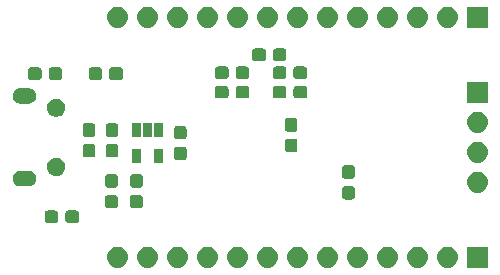
<source format=gbr>
G04 #@! TF.GenerationSoftware,KiCad,Pcbnew,(5.1.4)-1*
G04 #@! TF.CreationDate,2019-12-06T22:53:01-05:00*
G04 #@! TF.ProjectId,STM32G4DevBoard,53544d33-3247-4344-9465-76426f617264,rev?*
G04 #@! TF.SameCoordinates,Original*
G04 #@! TF.FileFunction,Soldermask,Bot*
G04 #@! TF.FilePolarity,Negative*
%FSLAX46Y46*%
G04 Gerber Fmt 4.6, Leading zero omitted, Abs format (unit mm)*
G04 Created by KiCad (PCBNEW (5.1.4)-1) date 2019-12-06 22:53:01*
%MOMM*%
%LPD*%
G04 APERTURE LIST*
%ADD10C,0.100000*%
G04 APERTURE END LIST*
D10*
G36*
X117270588Y-100585234D02*
G01*
X117440389Y-100636743D01*
X117596879Y-100720389D01*
X117734043Y-100832957D01*
X117846611Y-100970121D01*
X117930257Y-101126611D01*
X117981766Y-101296412D01*
X117999158Y-101473000D01*
X117981766Y-101649588D01*
X117930257Y-101819389D01*
X117846611Y-101975879D01*
X117734043Y-102113043D01*
X117596879Y-102225611D01*
X117440389Y-102309257D01*
X117270588Y-102360766D01*
X117138249Y-102373800D01*
X117049751Y-102373800D01*
X116917412Y-102360766D01*
X116747611Y-102309257D01*
X116591121Y-102225611D01*
X116453957Y-102113043D01*
X116341389Y-101975879D01*
X116257743Y-101819389D01*
X116206234Y-101649588D01*
X116188842Y-101473000D01*
X116206234Y-101296412D01*
X116257743Y-101126611D01*
X116341389Y-100970121D01*
X116453957Y-100832957D01*
X116591121Y-100720389D01*
X116747611Y-100636743D01*
X116917412Y-100585234D01*
X117049751Y-100572200D01*
X117138249Y-100572200D01*
X117270588Y-100585234D01*
X117270588Y-100585234D01*
G37*
G36*
X148474800Y-102373800D02*
G01*
X146673200Y-102373800D01*
X146673200Y-100572200D01*
X148474800Y-100572200D01*
X148474800Y-102373800D01*
X148474800Y-102373800D01*
G37*
G36*
X145210588Y-100585234D02*
G01*
X145380389Y-100636743D01*
X145536879Y-100720389D01*
X145674043Y-100832957D01*
X145786611Y-100970121D01*
X145870257Y-101126611D01*
X145921766Y-101296412D01*
X145939158Y-101473000D01*
X145921766Y-101649588D01*
X145870257Y-101819389D01*
X145786611Y-101975879D01*
X145674043Y-102113043D01*
X145536879Y-102225611D01*
X145380389Y-102309257D01*
X145210588Y-102360766D01*
X145078249Y-102373800D01*
X144989751Y-102373800D01*
X144857412Y-102360766D01*
X144687611Y-102309257D01*
X144531121Y-102225611D01*
X144393957Y-102113043D01*
X144281389Y-101975879D01*
X144197743Y-101819389D01*
X144146234Y-101649588D01*
X144128842Y-101473000D01*
X144146234Y-101296412D01*
X144197743Y-101126611D01*
X144281389Y-100970121D01*
X144393957Y-100832957D01*
X144531121Y-100720389D01*
X144687611Y-100636743D01*
X144857412Y-100585234D01*
X144989751Y-100572200D01*
X145078249Y-100572200D01*
X145210588Y-100585234D01*
X145210588Y-100585234D01*
G37*
G36*
X142670588Y-100585234D02*
G01*
X142840389Y-100636743D01*
X142996879Y-100720389D01*
X143134043Y-100832957D01*
X143246611Y-100970121D01*
X143330257Y-101126611D01*
X143381766Y-101296412D01*
X143399158Y-101473000D01*
X143381766Y-101649588D01*
X143330257Y-101819389D01*
X143246611Y-101975879D01*
X143134043Y-102113043D01*
X142996879Y-102225611D01*
X142840389Y-102309257D01*
X142670588Y-102360766D01*
X142538249Y-102373800D01*
X142449751Y-102373800D01*
X142317412Y-102360766D01*
X142147611Y-102309257D01*
X141991121Y-102225611D01*
X141853957Y-102113043D01*
X141741389Y-101975879D01*
X141657743Y-101819389D01*
X141606234Y-101649588D01*
X141588842Y-101473000D01*
X141606234Y-101296412D01*
X141657743Y-101126611D01*
X141741389Y-100970121D01*
X141853957Y-100832957D01*
X141991121Y-100720389D01*
X142147611Y-100636743D01*
X142317412Y-100585234D01*
X142449751Y-100572200D01*
X142538249Y-100572200D01*
X142670588Y-100585234D01*
X142670588Y-100585234D01*
G37*
G36*
X140130588Y-100585234D02*
G01*
X140300389Y-100636743D01*
X140456879Y-100720389D01*
X140594043Y-100832957D01*
X140706611Y-100970121D01*
X140790257Y-101126611D01*
X140841766Y-101296412D01*
X140859158Y-101473000D01*
X140841766Y-101649588D01*
X140790257Y-101819389D01*
X140706611Y-101975879D01*
X140594043Y-102113043D01*
X140456879Y-102225611D01*
X140300389Y-102309257D01*
X140130588Y-102360766D01*
X139998249Y-102373800D01*
X139909751Y-102373800D01*
X139777412Y-102360766D01*
X139607611Y-102309257D01*
X139451121Y-102225611D01*
X139313957Y-102113043D01*
X139201389Y-101975879D01*
X139117743Y-101819389D01*
X139066234Y-101649588D01*
X139048842Y-101473000D01*
X139066234Y-101296412D01*
X139117743Y-101126611D01*
X139201389Y-100970121D01*
X139313957Y-100832957D01*
X139451121Y-100720389D01*
X139607611Y-100636743D01*
X139777412Y-100585234D01*
X139909751Y-100572200D01*
X139998249Y-100572200D01*
X140130588Y-100585234D01*
X140130588Y-100585234D01*
G37*
G36*
X137590588Y-100585234D02*
G01*
X137760389Y-100636743D01*
X137916879Y-100720389D01*
X138054043Y-100832957D01*
X138166611Y-100970121D01*
X138250257Y-101126611D01*
X138301766Y-101296412D01*
X138319158Y-101473000D01*
X138301766Y-101649588D01*
X138250257Y-101819389D01*
X138166611Y-101975879D01*
X138054043Y-102113043D01*
X137916879Y-102225611D01*
X137760389Y-102309257D01*
X137590588Y-102360766D01*
X137458249Y-102373800D01*
X137369751Y-102373800D01*
X137237412Y-102360766D01*
X137067611Y-102309257D01*
X136911121Y-102225611D01*
X136773957Y-102113043D01*
X136661389Y-101975879D01*
X136577743Y-101819389D01*
X136526234Y-101649588D01*
X136508842Y-101473000D01*
X136526234Y-101296412D01*
X136577743Y-101126611D01*
X136661389Y-100970121D01*
X136773957Y-100832957D01*
X136911121Y-100720389D01*
X137067611Y-100636743D01*
X137237412Y-100585234D01*
X137369751Y-100572200D01*
X137458249Y-100572200D01*
X137590588Y-100585234D01*
X137590588Y-100585234D01*
G37*
G36*
X135050588Y-100585234D02*
G01*
X135220389Y-100636743D01*
X135376879Y-100720389D01*
X135514043Y-100832957D01*
X135626611Y-100970121D01*
X135710257Y-101126611D01*
X135761766Y-101296412D01*
X135779158Y-101473000D01*
X135761766Y-101649588D01*
X135710257Y-101819389D01*
X135626611Y-101975879D01*
X135514043Y-102113043D01*
X135376879Y-102225611D01*
X135220389Y-102309257D01*
X135050588Y-102360766D01*
X134918249Y-102373800D01*
X134829751Y-102373800D01*
X134697412Y-102360766D01*
X134527611Y-102309257D01*
X134371121Y-102225611D01*
X134233957Y-102113043D01*
X134121389Y-101975879D01*
X134037743Y-101819389D01*
X133986234Y-101649588D01*
X133968842Y-101473000D01*
X133986234Y-101296412D01*
X134037743Y-101126611D01*
X134121389Y-100970121D01*
X134233957Y-100832957D01*
X134371121Y-100720389D01*
X134527611Y-100636743D01*
X134697412Y-100585234D01*
X134829751Y-100572200D01*
X134918249Y-100572200D01*
X135050588Y-100585234D01*
X135050588Y-100585234D01*
G37*
G36*
X129970588Y-100585234D02*
G01*
X130140389Y-100636743D01*
X130296879Y-100720389D01*
X130434043Y-100832957D01*
X130546611Y-100970121D01*
X130630257Y-101126611D01*
X130681766Y-101296412D01*
X130699158Y-101473000D01*
X130681766Y-101649588D01*
X130630257Y-101819389D01*
X130546611Y-101975879D01*
X130434043Y-102113043D01*
X130296879Y-102225611D01*
X130140389Y-102309257D01*
X129970588Y-102360766D01*
X129838249Y-102373800D01*
X129749751Y-102373800D01*
X129617412Y-102360766D01*
X129447611Y-102309257D01*
X129291121Y-102225611D01*
X129153957Y-102113043D01*
X129041389Y-101975879D01*
X128957743Y-101819389D01*
X128906234Y-101649588D01*
X128888842Y-101473000D01*
X128906234Y-101296412D01*
X128957743Y-101126611D01*
X129041389Y-100970121D01*
X129153957Y-100832957D01*
X129291121Y-100720389D01*
X129447611Y-100636743D01*
X129617412Y-100585234D01*
X129749751Y-100572200D01*
X129838249Y-100572200D01*
X129970588Y-100585234D01*
X129970588Y-100585234D01*
G37*
G36*
X127430588Y-100585234D02*
G01*
X127600389Y-100636743D01*
X127756879Y-100720389D01*
X127894043Y-100832957D01*
X128006611Y-100970121D01*
X128090257Y-101126611D01*
X128141766Y-101296412D01*
X128159158Y-101473000D01*
X128141766Y-101649588D01*
X128090257Y-101819389D01*
X128006611Y-101975879D01*
X127894043Y-102113043D01*
X127756879Y-102225611D01*
X127600389Y-102309257D01*
X127430588Y-102360766D01*
X127298249Y-102373800D01*
X127209751Y-102373800D01*
X127077412Y-102360766D01*
X126907611Y-102309257D01*
X126751121Y-102225611D01*
X126613957Y-102113043D01*
X126501389Y-101975879D01*
X126417743Y-101819389D01*
X126366234Y-101649588D01*
X126348842Y-101473000D01*
X126366234Y-101296412D01*
X126417743Y-101126611D01*
X126501389Y-100970121D01*
X126613957Y-100832957D01*
X126751121Y-100720389D01*
X126907611Y-100636743D01*
X127077412Y-100585234D01*
X127209751Y-100572200D01*
X127298249Y-100572200D01*
X127430588Y-100585234D01*
X127430588Y-100585234D01*
G37*
G36*
X124890588Y-100585234D02*
G01*
X125060389Y-100636743D01*
X125216879Y-100720389D01*
X125354043Y-100832957D01*
X125466611Y-100970121D01*
X125550257Y-101126611D01*
X125601766Y-101296412D01*
X125619158Y-101473000D01*
X125601766Y-101649588D01*
X125550257Y-101819389D01*
X125466611Y-101975879D01*
X125354043Y-102113043D01*
X125216879Y-102225611D01*
X125060389Y-102309257D01*
X124890588Y-102360766D01*
X124758249Y-102373800D01*
X124669751Y-102373800D01*
X124537412Y-102360766D01*
X124367611Y-102309257D01*
X124211121Y-102225611D01*
X124073957Y-102113043D01*
X123961389Y-101975879D01*
X123877743Y-101819389D01*
X123826234Y-101649588D01*
X123808842Y-101473000D01*
X123826234Y-101296412D01*
X123877743Y-101126611D01*
X123961389Y-100970121D01*
X124073957Y-100832957D01*
X124211121Y-100720389D01*
X124367611Y-100636743D01*
X124537412Y-100585234D01*
X124669751Y-100572200D01*
X124758249Y-100572200D01*
X124890588Y-100585234D01*
X124890588Y-100585234D01*
G37*
G36*
X122350588Y-100585234D02*
G01*
X122520389Y-100636743D01*
X122676879Y-100720389D01*
X122814043Y-100832957D01*
X122926611Y-100970121D01*
X123010257Y-101126611D01*
X123061766Y-101296412D01*
X123079158Y-101473000D01*
X123061766Y-101649588D01*
X123010257Y-101819389D01*
X122926611Y-101975879D01*
X122814043Y-102113043D01*
X122676879Y-102225611D01*
X122520389Y-102309257D01*
X122350588Y-102360766D01*
X122218249Y-102373800D01*
X122129751Y-102373800D01*
X121997412Y-102360766D01*
X121827611Y-102309257D01*
X121671121Y-102225611D01*
X121533957Y-102113043D01*
X121421389Y-101975879D01*
X121337743Y-101819389D01*
X121286234Y-101649588D01*
X121268842Y-101473000D01*
X121286234Y-101296412D01*
X121337743Y-101126611D01*
X121421389Y-100970121D01*
X121533957Y-100832957D01*
X121671121Y-100720389D01*
X121827611Y-100636743D01*
X121997412Y-100585234D01*
X122129751Y-100572200D01*
X122218249Y-100572200D01*
X122350588Y-100585234D01*
X122350588Y-100585234D01*
G37*
G36*
X119810588Y-100585234D02*
G01*
X119980389Y-100636743D01*
X120136879Y-100720389D01*
X120274043Y-100832957D01*
X120386611Y-100970121D01*
X120470257Y-101126611D01*
X120521766Y-101296412D01*
X120539158Y-101473000D01*
X120521766Y-101649588D01*
X120470257Y-101819389D01*
X120386611Y-101975879D01*
X120274043Y-102113043D01*
X120136879Y-102225611D01*
X119980389Y-102309257D01*
X119810588Y-102360766D01*
X119678249Y-102373800D01*
X119589751Y-102373800D01*
X119457412Y-102360766D01*
X119287611Y-102309257D01*
X119131121Y-102225611D01*
X118993957Y-102113043D01*
X118881389Y-101975879D01*
X118797743Y-101819389D01*
X118746234Y-101649588D01*
X118728842Y-101473000D01*
X118746234Y-101296412D01*
X118797743Y-101126611D01*
X118881389Y-100970121D01*
X118993957Y-100832957D01*
X119131121Y-100720389D01*
X119287611Y-100636743D01*
X119457412Y-100585234D01*
X119589751Y-100572200D01*
X119678249Y-100572200D01*
X119810588Y-100585234D01*
X119810588Y-100585234D01*
G37*
G36*
X132510588Y-100585234D02*
G01*
X132680389Y-100636743D01*
X132836879Y-100720389D01*
X132974043Y-100832957D01*
X133086611Y-100970121D01*
X133170257Y-101126611D01*
X133221766Y-101296412D01*
X133239158Y-101473000D01*
X133221766Y-101649588D01*
X133170257Y-101819389D01*
X133086611Y-101975879D01*
X132974043Y-102113043D01*
X132836879Y-102225611D01*
X132680389Y-102309257D01*
X132510588Y-102360766D01*
X132378249Y-102373800D01*
X132289751Y-102373800D01*
X132157412Y-102360766D01*
X131987611Y-102309257D01*
X131831121Y-102225611D01*
X131693957Y-102113043D01*
X131581389Y-101975879D01*
X131497743Y-101819389D01*
X131446234Y-101649588D01*
X131428842Y-101473000D01*
X131446234Y-101296412D01*
X131497743Y-101126611D01*
X131581389Y-100970121D01*
X131693957Y-100832957D01*
X131831121Y-100720389D01*
X131987611Y-100636743D01*
X132157412Y-100585234D01*
X132289751Y-100572200D01*
X132378249Y-100572200D01*
X132510588Y-100585234D01*
X132510588Y-100585234D01*
G37*
G36*
X111890464Y-97523006D02*
G01*
X111935004Y-97536517D01*
X111976046Y-97558455D01*
X112012021Y-97587979D01*
X112041545Y-97623954D01*
X112063483Y-97664996D01*
X112076994Y-97709536D01*
X112081800Y-97758333D01*
X112081800Y-98329667D01*
X112076994Y-98378464D01*
X112063483Y-98423004D01*
X112041545Y-98464046D01*
X112012021Y-98500021D01*
X111976046Y-98529545D01*
X111935004Y-98551483D01*
X111890464Y-98564994D01*
X111841667Y-98569800D01*
X111170333Y-98569800D01*
X111121536Y-98564994D01*
X111076996Y-98551483D01*
X111035954Y-98529545D01*
X110999979Y-98500021D01*
X110970455Y-98464046D01*
X110948517Y-98423004D01*
X110935006Y-98378464D01*
X110930200Y-98329667D01*
X110930200Y-97758333D01*
X110935006Y-97709536D01*
X110948517Y-97664996D01*
X110970455Y-97623954D01*
X110999979Y-97587979D01*
X111035954Y-97558455D01*
X111076996Y-97536517D01*
X111121536Y-97523006D01*
X111170333Y-97518200D01*
X111841667Y-97518200D01*
X111890464Y-97523006D01*
X111890464Y-97523006D01*
G37*
G36*
X113640464Y-97523006D02*
G01*
X113685004Y-97536517D01*
X113726046Y-97558455D01*
X113762021Y-97587979D01*
X113791545Y-97623954D01*
X113813483Y-97664996D01*
X113826994Y-97709536D01*
X113831800Y-97758333D01*
X113831800Y-98329667D01*
X113826994Y-98378464D01*
X113813483Y-98423004D01*
X113791545Y-98464046D01*
X113762021Y-98500021D01*
X113726046Y-98529545D01*
X113685004Y-98551483D01*
X113640464Y-98564994D01*
X113591667Y-98569800D01*
X112920333Y-98569800D01*
X112871536Y-98564994D01*
X112826996Y-98551483D01*
X112785954Y-98529545D01*
X112749979Y-98500021D01*
X112720455Y-98464046D01*
X112698517Y-98423004D01*
X112685006Y-98378464D01*
X112680200Y-98329667D01*
X112680200Y-97758333D01*
X112685006Y-97709536D01*
X112698517Y-97664996D01*
X112720455Y-97623954D01*
X112749979Y-97587979D01*
X112785954Y-97558455D01*
X112826996Y-97536517D01*
X112871536Y-97523006D01*
X112920333Y-97518200D01*
X113591667Y-97518200D01*
X113640464Y-97523006D01*
X113640464Y-97523006D01*
G37*
G36*
X119034344Y-96189006D02*
G01*
X119078884Y-96202517D01*
X119119926Y-96224455D01*
X119155901Y-96253979D01*
X119185425Y-96289954D01*
X119207363Y-96330996D01*
X119220874Y-96375536D01*
X119225680Y-96424333D01*
X119225680Y-97095667D01*
X119220874Y-97144464D01*
X119207363Y-97189004D01*
X119185425Y-97230046D01*
X119155901Y-97266021D01*
X119119926Y-97295545D01*
X119078884Y-97317483D01*
X119034344Y-97330994D01*
X118985547Y-97335800D01*
X118414213Y-97335800D01*
X118365416Y-97330994D01*
X118320876Y-97317483D01*
X118279834Y-97295545D01*
X118243859Y-97266021D01*
X118214335Y-97230046D01*
X118192397Y-97189004D01*
X118178886Y-97144464D01*
X118174080Y-97095667D01*
X118174080Y-96424333D01*
X118178886Y-96375536D01*
X118192397Y-96330996D01*
X118214335Y-96289954D01*
X118243859Y-96253979D01*
X118279834Y-96224455D01*
X118320876Y-96202517D01*
X118365416Y-96189006D01*
X118414213Y-96184200D01*
X118985547Y-96184200D01*
X119034344Y-96189006D01*
X119034344Y-96189006D01*
G37*
G36*
X116920464Y-96189006D02*
G01*
X116965004Y-96202517D01*
X117006046Y-96224455D01*
X117042021Y-96253979D01*
X117071545Y-96289954D01*
X117093483Y-96330996D01*
X117106994Y-96375536D01*
X117111800Y-96424333D01*
X117111800Y-97095667D01*
X117106994Y-97144464D01*
X117093483Y-97189004D01*
X117071545Y-97230046D01*
X117042021Y-97266021D01*
X117006046Y-97295545D01*
X116965004Y-97317483D01*
X116920464Y-97330994D01*
X116871667Y-97335800D01*
X116300333Y-97335800D01*
X116251536Y-97330994D01*
X116206996Y-97317483D01*
X116165954Y-97295545D01*
X116129979Y-97266021D01*
X116100455Y-97230046D01*
X116078517Y-97189004D01*
X116065006Y-97144464D01*
X116060200Y-97095667D01*
X116060200Y-96424333D01*
X116065006Y-96375536D01*
X116078517Y-96330996D01*
X116100455Y-96289954D01*
X116129979Y-96253979D01*
X116165954Y-96224455D01*
X116206996Y-96202517D01*
X116251536Y-96189006D01*
X116300333Y-96184200D01*
X116871667Y-96184200D01*
X116920464Y-96189006D01*
X116920464Y-96189006D01*
G37*
G36*
X136986464Y-95441006D02*
G01*
X137031004Y-95454517D01*
X137072046Y-95476455D01*
X137108021Y-95505979D01*
X137137545Y-95541954D01*
X137159483Y-95582996D01*
X137172994Y-95627536D01*
X137177800Y-95676333D01*
X137177800Y-96347667D01*
X137172994Y-96396464D01*
X137159483Y-96441004D01*
X137137545Y-96482046D01*
X137108021Y-96518021D01*
X137072046Y-96547545D01*
X137031004Y-96569483D01*
X136986464Y-96582994D01*
X136937667Y-96587800D01*
X136366333Y-96587800D01*
X136317536Y-96582994D01*
X136272996Y-96569483D01*
X136231954Y-96547545D01*
X136195979Y-96518021D01*
X136166455Y-96482046D01*
X136144517Y-96441004D01*
X136131006Y-96396464D01*
X136126200Y-96347667D01*
X136126200Y-95676333D01*
X136131006Y-95627536D01*
X136144517Y-95582996D01*
X136166455Y-95541954D01*
X136195979Y-95505979D01*
X136231954Y-95476455D01*
X136272996Y-95454517D01*
X136317536Y-95441006D01*
X136366333Y-95436200D01*
X136937667Y-95436200D01*
X136986464Y-95441006D01*
X136986464Y-95441006D01*
G37*
G36*
X147750588Y-94245234D02*
G01*
X147920389Y-94296743D01*
X148076879Y-94380389D01*
X148214043Y-94492957D01*
X148326611Y-94630121D01*
X148410257Y-94786611D01*
X148461766Y-94956412D01*
X148479158Y-95133000D01*
X148461766Y-95309588D01*
X148410257Y-95479389D01*
X148326611Y-95635879D01*
X148214043Y-95773043D01*
X148076879Y-95885611D01*
X147920389Y-95969257D01*
X147750588Y-96020766D01*
X147618249Y-96033800D01*
X147529751Y-96033800D01*
X147397412Y-96020766D01*
X147227611Y-95969257D01*
X147071121Y-95885611D01*
X146933957Y-95773043D01*
X146821389Y-95635879D01*
X146737743Y-95479389D01*
X146686234Y-95309588D01*
X146668842Y-95133000D01*
X146686234Y-94956412D01*
X146737743Y-94786611D01*
X146821389Y-94630121D01*
X146933957Y-94492957D01*
X147071121Y-94380389D01*
X147227611Y-94296743D01*
X147397412Y-94245234D01*
X147529751Y-94232200D01*
X147618249Y-94232200D01*
X147750588Y-94245234D01*
X147750588Y-94245234D01*
G37*
G36*
X119034344Y-94439006D02*
G01*
X119078884Y-94452517D01*
X119119926Y-94474455D01*
X119155901Y-94503979D01*
X119185425Y-94539954D01*
X119207363Y-94580996D01*
X119220874Y-94625536D01*
X119225680Y-94674333D01*
X119225680Y-95345667D01*
X119220874Y-95394464D01*
X119207363Y-95439004D01*
X119185425Y-95480046D01*
X119155901Y-95516021D01*
X119119926Y-95545545D01*
X119078884Y-95567483D01*
X119034344Y-95580994D01*
X118985547Y-95585800D01*
X118414213Y-95585800D01*
X118365416Y-95580994D01*
X118320876Y-95567483D01*
X118279834Y-95545545D01*
X118243859Y-95516021D01*
X118214335Y-95480046D01*
X118192397Y-95439004D01*
X118178886Y-95394464D01*
X118174080Y-95345667D01*
X118174080Y-94674333D01*
X118178886Y-94625536D01*
X118192397Y-94580996D01*
X118214335Y-94539954D01*
X118243859Y-94503979D01*
X118279834Y-94474455D01*
X118320876Y-94452517D01*
X118365416Y-94439006D01*
X118414213Y-94434200D01*
X118985547Y-94434200D01*
X119034344Y-94439006D01*
X119034344Y-94439006D01*
G37*
G36*
X116920464Y-94439006D02*
G01*
X116965004Y-94452517D01*
X117006046Y-94474455D01*
X117042021Y-94503979D01*
X117071545Y-94539954D01*
X117093483Y-94580996D01*
X117106994Y-94625536D01*
X117111800Y-94674333D01*
X117111800Y-95345667D01*
X117106994Y-95394464D01*
X117093483Y-95439004D01*
X117071545Y-95480046D01*
X117042021Y-95516021D01*
X117006046Y-95545545D01*
X116965004Y-95567483D01*
X116920464Y-95580994D01*
X116871667Y-95585800D01*
X116300333Y-95585800D01*
X116251536Y-95580994D01*
X116206996Y-95567483D01*
X116165954Y-95545545D01*
X116129979Y-95516021D01*
X116100455Y-95480046D01*
X116078517Y-95439004D01*
X116065006Y-95394464D01*
X116060200Y-95345667D01*
X116060200Y-94674333D01*
X116065006Y-94625536D01*
X116078517Y-94580996D01*
X116100455Y-94539954D01*
X116129979Y-94503979D01*
X116165954Y-94474455D01*
X116206996Y-94452517D01*
X116251536Y-94439006D01*
X116300333Y-94434200D01*
X116871667Y-94434200D01*
X116920464Y-94439006D01*
X116920464Y-94439006D01*
G37*
G36*
X109689978Y-94171616D02*
G01*
X109812658Y-94208831D01*
X109925715Y-94269262D01*
X110024811Y-94350589D01*
X110106138Y-94449685D01*
X110166569Y-94562742D01*
X110203784Y-94685422D01*
X110216348Y-94813000D01*
X110203784Y-94940578D01*
X110166569Y-95063258D01*
X110106138Y-95176315D01*
X110024811Y-95275411D01*
X109925715Y-95356738D01*
X109812658Y-95417169D01*
X109689978Y-95454384D01*
X109594368Y-95463800D01*
X108830432Y-95463800D01*
X108734822Y-95454384D01*
X108612142Y-95417169D01*
X108499085Y-95356738D01*
X108399989Y-95275411D01*
X108318662Y-95176315D01*
X108258231Y-95063258D01*
X108221016Y-94940578D01*
X108208452Y-94813000D01*
X108221016Y-94685422D01*
X108258231Y-94562742D01*
X108318662Y-94449685D01*
X108399989Y-94350589D01*
X108499085Y-94269262D01*
X108612142Y-94208831D01*
X108734822Y-94171616D01*
X108830432Y-94162200D01*
X109594368Y-94162200D01*
X109689978Y-94171616D01*
X109689978Y-94171616D01*
G37*
G36*
X136986464Y-93691006D02*
G01*
X137031004Y-93704517D01*
X137072046Y-93726455D01*
X137108021Y-93755979D01*
X137137545Y-93791954D01*
X137159483Y-93832996D01*
X137172994Y-93877536D01*
X137177800Y-93926333D01*
X137177800Y-94597667D01*
X137172994Y-94646464D01*
X137159483Y-94691004D01*
X137137545Y-94732046D01*
X137108021Y-94768021D01*
X137072046Y-94797545D01*
X137031004Y-94819483D01*
X136986464Y-94832994D01*
X136937667Y-94837800D01*
X136366333Y-94837800D01*
X136317536Y-94832994D01*
X136272996Y-94819483D01*
X136231954Y-94797545D01*
X136195979Y-94768021D01*
X136166455Y-94732046D01*
X136144517Y-94691004D01*
X136131006Y-94646464D01*
X136126200Y-94597667D01*
X136126200Y-93926333D01*
X136131006Y-93877536D01*
X136144517Y-93832996D01*
X136166455Y-93791954D01*
X136195979Y-93755979D01*
X136231954Y-93726455D01*
X136272996Y-93704517D01*
X136317536Y-93691006D01*
X136366333Y-93686200D01*
X136937667Y-93686200D01*
X136986464Y-93691006D01*
X136986464Y-93691006D01*
G37*
G36*
X112138693Y-93067013D02*
G01*
X112279879Y-93125495D01*
X112406944Y-93210397D01*
X112515003Y-93318456D01*
X112599905Y-93445521D01*
X112658387Y-93586707D01*
X112688200Y-93736590D01*
X112688200Y-93889410D01*
X112658387Y-94039293D01*
X112599905Y-94180479D01*
X112515003Y-94307544D01*
X112406944Y-94415603D01*
X112279879Y-94500505D01*
X112138693Y-94558987D01*
X111988810Y-94588800D01*
X111835990Y-94588800D01*
X111686107Y-94558987D01*
X111544921Y-94500505D01*
X111417856Y-94415603D01*
X111309797Y-94307544D01*
X111224895Y-94180479D01*
X111166413Y-94039293D01*
X111136600Y-93889410D01*
X111136600Y-93736590D01*
X111166413Y-93586707D01*
X111224895Y-93445521D01*
X111309797Y-93318456D01*
X111417856Y-93210397D01*
X111544921Y-93125495D01*
X111686107Y-93067013D01*
X111835990Y-93037200D01*
X111988810Y-93037200D01*
X112138693Y-93067013D01*
X112138693Y-93067013D01*
G37*
G36*
X147750588Y-91705234D02*
G01*
X147920389Y-91756743D01*
X148076879Y-91840389D01*
X148214043Y-91952957D01*
X148326611Y-92090121D01*
X148410257Y-92246611D01*
X148461766Y-92416412D01*
X148479158Y-92593000D01*
X148461766Y-92769588D01*
X148410257Y-92939389D01*
X148326611Y-93095879D01*
X148214043Y-93233043D01*
X148076879Y-93345611D01*
X147920389Y-93429257D01*
X147750588Y-93480766D01*
X147618249Y-93493800D01*
X147529751Y-93493800D01*
X147397412Y-93480766D01*
X147227611Y-93429257D01*
X147071121Y-93345611D01*
X146933957Y-93233043D01*
X146821389Y-93095879D01*
X146737743Y-92939389D01*
X146686234Y-92769588D01*
X146668842Y-92593000D01*
X146686234Y-92416412D01*
X146737743Y-92246611D01*
X146821389Y-92090121D01*
X146933957Y-91952957D01*
X147071121Y-91840389D01*
X147227611Y-91756743D01*
X147397412Y-91705234D01*
X147529751Y-91692200D01*
X147618249Y-91692200D01*
X147750588Y-91705234D01*
X147750588Y-91705234D01*
G37*
G36*
X120975680Y-93484200D02*
G01*
X120224080Y-93484200D01*
X120224080Y-92322600D01*
X120975680Y-92322600D01*
X120975680Y-93484200D01*
X120975680Y-93484200D01*
G37*
G36*
X119075680Y-93484200D02*
G01*
X118324080Y-93484200D01*
X118324080Y-92322600D01*
X119075680Y-92322600D01*
X119075680Y-93484200D01*
X119075680Y-93484200D01*
G37*
G36*
X122749784Y-92107406D02*
G01*
X122794324Y-92120917D01*
X122835366Y-92142855D01*
X122871341Y-92172379D01*
X122900865Y-92208354D01*
X122922803Y-92249396D01*
X122936314Y-92293936D01*
X122941120Y-92342733D01*
X122941120Y-93014067D01*
X122936314Y-93062864D01*
X122922803Y-93107404D01*
X122900865Y-93148446D01*
X122871341Y-93184421D01*
X122835366Y-93213945D01*
X122794324Y-93235883D01*
X122749784Y-93249394D01*
X122700987Y-93254200D01*
X122129653Y-93254200D01*
X122080856Y-93249394D01*
X122036316Y-93235883D01*
X121995274Y-93213945D01*
X121959299Y-93184421D01*
X121929775Y-93148446D01*
X121907837Y-93107404D01*
X121894326Y-93062864D01*
X121889520Y-93014067D01*
X121889520Y-92342733D01*
X121894326Y-92293936D01*
X121907837Y-92249396D01*
X121929775Y-92208354D01*
X121959299Y-92172379D01*
X121995274Y-92142855D01*
X122036316Y-92120917D01*
X122080856Y-92107406D01*
X122129653Y-92102600D01*
X122700987Y-92102600D01*
X122749784Y-92107406D01*
X122749784Y-92107406D01*
G37*
G36*
X115015464Y-91877406D02*
G01*
X115060004Y-91890917D01*
X115101046Y-91912855D01*
X115137021Y-91942379D01*
X115166545Y-91978354D01*
X115188483Y-92019396D01*
X115201994Y-92063936D01*
X115206800Y-92112733D01*
X115206800Y-92784067D01*
X115201994Y-92832864D01*
X115188483Y-92877404D01*
X115166545Y-92918446D01*
X115137021Y-92954421D01*
X115101046Y-92983945D01*
X115060004Y-93005883D01*
X115015464Y-93019394D01*
X114966667Y-93024200D01*
X114395333Y-93024200D01*
X114346536Y-93019394D01*
X114301996Y-93005883D01*
X114260954Y-92983945D01*
X114224979Y-92954421D01*
X114195455Y-92918446D01*
X114173517Y-92877404D01*
X114160006Y-92832864D01*
X114155200Y-92784067D01*
X114155200Y-92112733D01*
X114160006Y-92063936D01*
X114173517Y-92019396D01*
X114195455Y-91978354D01*
X114224979Y-91942379D01*
X114260954Y-91912855D01*
X114301996Y-91890917D01*
X114346536Y-91877406D01*
X114395333Y-91872600D01*
X114966667Y-91872600D01*
X115015464Y-91877406D01*
X115015464Y-91877406D01*
G37*
G36*
X116964904Y-91877406D02*
G01*
X117009444Y-91890917D01*
X117050486Y-91912855D01*
X117086461Y-91942379D01*
X117115985Y-91978354D01*
X117137923Y-92019396D01*
X117151434Y-92063936D01*
X117156240Y-92112733D01*
X117156240Y-92784067D01*
X117151434Y-92832864D01*
X117137923Y-92877404D01*
X117115985Y-92918446D01*
X117086461Y-92954421D01*
X117050486Y-92983945D01*
X117009444Y-93005883D01*
X116964904Y-93019394D01*
X116916107Y-93024200D01*
X116344773Y-93024200D01*
X116295976Y-93019394D01*
X116251436Y-93005883D01*
X116210394Y-92983945D01*
X116174419Y-92954421D01*
X116144895Y-92918446D01*
X116122957Y-92877404D01*
X116109446Y-92832864D01*
X116104640Y-92784067D01*
X116104640Y-92112733D01*
X116109446Y-92063936D01*
X116122957Y-92019396D01*
X116144895Y-91978354D01*
X116174419Y-91942379D01*
X116210394Y-91912855D01*
X116251436Y-91890917D01*
X116295976Y-91877406D01*
X116344773Y-91872600D01*
X116916107Y-91872600D01*
X116964904Y-91877406D01*
X116964904Y-91877406D01*
G37*
G36*
X132135064Y-91439206D02*
G01*
X132179604Y-91452717D01*
X132220646Y-91474655D01*
X132256621Y-91504179D01*
X132286145Y-91540154D01*
X132308083Y-91581196D01*
X132321594Y-91625736D01*
X132326400Y-91674533D01*
X132326400Y-92345867D01*
X132321594Y-92394664D01*
X132308083Y-92439204D01*
X132286145Y-92480246D01*
X132256621Y-92516221D01*
X132220646Y-92545745D01*
X132179604Y-92567683D01*
X132135064Y-92581194D01*
X132086267Y-92586000D01*
X131514933Y-92586000D01*
X131466136Y-92581194D01*
X131421596Y-92567683D01*
X131380554Y-92545745D01*
X131344579Y-92516221D01*
X131315055Y-92480246D01*
X131293117Y-92439204D01*
X131279606Y-92394664D01*
X131274800Y-92345867D01*
X131274800Y-91674533D01*
X131279606Y-91625736D01*
X131293117Y-91581196D01*
X131315055Y-91540154D01*
X131344579Y-91504179D01*
X131380554Y-91474655D01*
X131421596Y-91452717D01*
X131466136Y-91439206D01*
X131514933Y-91434400D01*
X132086267Y-91434400D01*
X132135064Y-91439206D01*
X132135064Y-91439206D01*
G37*
G36*
X122749784Y-90357406D02*
G01*
X122794324Y-90370917D01*
X122835366Y-90392855D01*
X122871341Y-90422379D01*
X122900865Y-90458354D01*
X122922803Y-90499396D01*
X122936314Y-90543936D01*
X122941120Y-90592733D01*
X122941120Y-91264067D01*
X122936314Y-91312864D01*
X122922803Y-91357404D01*
X122900865Y-91398446D01*
X122871341Y-91434421D01*
X122835366Y-91463945D01*
X122794324Y-91485883D01*
X122749784Y-91499394D01*
X122700987Y-91504200D01*
X122129653Y-91504200D01*
X122080856Y-91499394D01*
X122036316Y-91485883D01*
X121995274Y-91463945D01*
X121959299Y-91434421D01*
X121929775Y-91398446D01*
X121907837Y-91357404D01*
X121894326Y-91312864D01*
X121889520Y-91264067D01*
X121889520Y-90592733D01*
X121894326Y-90543936D01*
X121907837Y-90499396D01*
X121929775Y-90458354D01*
X121959299Y-90422379D01*
X121995274Y-90392855D01*
X122036316Y-90370917D01*
X122080856Y-90357406D01*
X122129653Y-90352600D01*
X122700987Y-90352600D01*
X122749784Y-90357406D01*
X122749784Y-90357406D01*
G37*
G36*
X120025680Y-91284200D02*
G01*
X119274080Y-91284200D01*
X119274080Y-90122600D01*
X120025680Y-90122600D01*
X120025680Y-91284200D01*
X120025680Y-91284200D01*
G37*
G36*
X120975680Y-91284200D02*
G01*
X120224080Y-91284200D01*
X120224080Y-90122600D01*
X120975680Y-90122600D01*
X120975680Y-91284200D01*
X120975680Y-91284200D01*
G37*
G36*
X119075680Y-91284200D02*
G01*
X118324080Y-91284200D01*
X118324080Y-90122600D01*
X119075680Y-90122600D01*
X119075680Y-91284200D01*
X119075680Y-91284200D01*
G37*
G36*
X116964904Y-90127406D02*
G01*
X117009444Y-90140917D01*
X117050486Y-90162855D01*
X117086461Y-90192379D01*
X117115985Y-90228354D01*
X117137923Y-90269396D01*
X117151434Y-90313936D01*
X117156240Y-90362733D01*
X117156240Y-91034067D01*
X117151434Y-91082864D01*
X117137923Y-91127404D01*
X117115985Y-91168446D01*
X117086461Y-91204421D01*
X117050486Y-91233945D01*
X117009444Y-91255883D01*
X116964904Y-91269394D01*
X116916107Y-91274200D01*
X116344773Y-91274200D01*
X116295976Y-91269394D01*
X116251436Y-91255883D01*
X116210394Y-91233945D01*
X116174419Y-91204421D01*
X116144895Y-91168446D01*
X116122957Y-91127404D01*
X116109446Y-91082864D01*
X116104640Y-91034067D01*
X116104640Y-90362733D01*
X116109446Y-90313936D01*
X116122957Y-90269396D01*
X116144895Y-90228354D01*
X116174419Y-90192379D01*
X116210394Y-90162855D01*
X116251436Y-90140917D01*
X116295976Y-90127406D01*
X116344773Y-90122600D01*
X116916107Y-90122600D01*
X116964904Y-90127406D01*
X116964904Y-90127406D01*
G37*
G36*
X115015464Y-90127406D02*
G01*
X115060004Y-90140917D01*
X115101046Y-90162855D01*
X115137021Y-90192379D01*
X115166545Y-90228354D01*
X115188483Y-90269396D01*
X115201994Y-90313936D01*
X115206800Y-90362733D01*
X115206800Y-91034067D01*
X115201994Y-91082864D01*
X115188483Y-91127404D01*
X115166545Y-91168446D01*
X115137021Y-91204421D01*
X115101046Y-91233945D01*
X115060004Y-91255883D01*
X115015464Y-91269394D01*
X114966667Y-91274200D01*
X114395333Y-91274200D01*
X114346536Y-91269394D01*
X114301996Y-91255883D01*
X114260954Y-91233945D01*
X114224979Y-91204421D01*
X114195455Y-91168446D01*
X114173517Y-91127404D01*
X114160006Y-91082864D01*
X114155200Y-91034067D01*
X114155200Y-90362733D01*
X114160006Y-90313936D01*
X114173517Y-90269396D01*
X114195455Y-90228354D01*
X114224979Y-90192379D01*
X114260954Y-90162855D01*
X114301996Y-90140917D01*
X114346536Y-90127406D01*
X114395333Y-90122600D01*
X114966667Y-90122600D01*
X115015464Y-90127406D01*
X115015464Y-90127406D01*
G37*
G36*
X147750588Y-89165234D02*
G01*
X147920389Y-89216743D01*
X148076879Y-89300389D01*
X148214043Y-89412957D01*
X148326611Y-89550121D01*
X148410257Y-89706611D01*
X148461766Y-89876412D01*
X148479158Y-90053000D01*
X148461766Y-90229588D01*
X148410257Y-90399389D01*
X148326611Y-90555879D01*
X148214043Y-90693043D01*
X148076879Y-90805611D01*
X147920389Y-90889257D01*
X147750588Y-90940766D01*
X147618249Y-90953800D01*
X147529751Y-90953800D01*
X147397412Y-90940766D01*
X147227611Y-90889257D01*
X147071121Y-90805611D01*
X146933957Y-90693043D01*
X146821389Y-90555879D01*
X146737743Y-90399389D01*
X146686234Y-90229588D01*
X146668842Y-90053000D01*
X146686234Y-89876412D01*
X146737743Y-89706611D01*
X146821389Y-89550121D01*
X146933957Y-89412957D01*
X147071121Y-89300389D01*
X147227611Y-89216743D01*
X147397412Y-89165234D01*
X147529751Y-89152200D01*
X147618249Y-89152200D01*
X147750588Y-89165234D01*
X147750588Y-89165234D01*
G37*
G36*
X132135064Y-89689206D02*
G01*
X132179604Y-89702717D01*
X132220646Y-89724655D01*
X132256621Y-89754179D01*
X132286145Y-89790154D01*
X132308083Y-89831196D01*
X132321594Y-89875736D01*
X132326400Y-89924533D01*
X132326400Y-90595867D01*
X132321594Y-90644664D01*
X132308083Y-90689204D01*
X132286145Y-90730246D01*
X132256621Y-90766221D01*
X132220646Y-90795745D01*
X132179604Y-90817683D01*
X132135064Y-90831194D01*
X132086267Y-90836000D01*
X131514933Y-90836000D01*
X131466136Y-90831194D01*
X131421596Y-90817683D01*
X131380554Y-90795745D01*
X131344579Y-90766221D01*
X131315055Y-90730246D01*
X131293117Y-90689204D01*
X131279606Y-90644664D01*
X131274800Y-90595867D01*
X131274800Y-89924533D01*
X131279606Y-89875736D01*
X131293117Y-89831196D01*
X131315055Y-89790154D01*
X131344579Y-89754179D01*
X131380554Y-89724655D01*
X131421596Y-89702717D01*
X131466136Y-89689206D01*
X131514933Y-89684400D01*
X132086267Y-89684400D01*
X132135064Y-89689206D01*
X132135064Y-89689206D01*
G37*
G36*
X112138693Y-88067013D02*
G01*
X112279879Y-88125495D01*
X112406944Y-88210397D01*
X112515003Y-88318456D01*
X112599905Y-88445521D01*
X112658387Y-88586707D01*
X112688200Y-88736590D01*
X112688200Y-88889410D01*
X112658387Y-89039293D01*
X112599905Y-89180479D01*
X112515003Y-89307544D01*
X112406944Y-89415603D01*
X112279879Y-89500505D01*
X112138693Y-89558987D01*
X111988810Y-89588800D01*
X111835990Y-89588800D01*
X111686107Y-89558987D01*
X111544921Y-89500505D01*
X111417856Y-89415603D01*
X111309797Y-89307544D01*
X111224895Y-89180479D01*
X111166413Y-89039293D01*
X111136600Y-88889410D01*
X111136600Y-88736590D01*
X111166413Y-88586707D01*
X111224895Y-88445521D01*
X111309797Y-88318456D01*
X111417856Y-88210397D01*
X111544921Y-88125495D01*
X111686107Y-88067013D01*
X111835990Y-88037200D01*
X111988810Y-88037200D01*
X112138693Y-88067013D01*
X112138693Y-88067013D01*
G37*
G36*
X109689978Y-87171616D02*
G01*
X109812658Y-87208831D01*
X109925715Y-87269262D01*
X110024811Y-87350589D01*
X110106138Y-87449685D01*
X110166569Y-87562742D01*
X110203784Y-87685422D01*
X110216348Y-87813000D01*
X110203784Y-87940578D01*
X110166569Y-88063258D01*
X110106138Y-88176315D01*
X110024811Y-88275411D01*
X109925715Y-88356738D01*
X109812658Y-88417169D01*
X109689978Y-88454384D01*
X109594368Y-88463800D01*
X108830432Y-88463800D01*
X108734822Y-88454384D01*
X108612142Y-88417169D01*
X108499085Y-88356738D01*
X108399989Y-88275411D01*
X108318662Y-88176315D01*
X108258231Y-88063258D01*
X108221016Y-87940578D01*
X108208452Y-87813000D01*
X108221016Y-87685422D01*
X108258231Y-87562742D01*
X108318662Y-87449685D01*
X108399989Y-87350589D01*
X108499085Y-87269262D01*
X108612142Y-87208831D01*
X108734822Y-87171616D01*
X108830432Y-87162200D01*
X109594368Y-87162200D01*
X109689978Y-87171616D01*
X109689978Y-87171616D01*
G37*
G36*
X148474800Y-88413800D02*
G01*
X146673200Y-88413800D01*
X146673200Y-86612200D01*
X148474800Y-86612200D01*
X148474800Y-88413800D01*
X148474800Y-88413800D01*
G37*
G36*
X131208464Y-86982006D02*
G01*
X131253004Y-86995517D01*
X131294046Y-87017455D01*
X131330021Y-87046979D01*
X131359545Y-87082954D01*
X131381483Y-87123996D01*
X131394994Y-87168536D01*
X131399800Y-87217333D01*
X131399800Y-87788667D01*
X131394994Y-87837464D01*
X131381483Y-87882004D01*
X131359545Y-87923046D01*
X131330021Y-87959021D01*
X131294046Y-87988545D01*
X131253004Y-88010483D01*
X131208464Y-88023994D01*
X131159667Y-88028800D01*
X130488333Y-88028800D01*
X130439536Y-88023994D01*
X130394996Y-88010483D01*
X130353954Y-87988545D01*
X130317979Y-87959021D01*
X130288455Y-87923046D01*
X130266517Y-87882004D01*
X130253006Y-87837464D01*
X130248200Y-87788667D01*
X130248200Y-87217333D01*
X130253006Y-87168536D01*
X130266517Y-87123996D01*
X130288455Y-87082954D01*
X130317979Y-87046979D01*
X130353954Y-87017455D01*
X130394996Y-86995517D01*
X130439536Y-86982006D01*
X130488333Y-86977200D01*
X131159667Y-86977200D01*
X131208464Y-86982006D01*
X131208464Y-86982006D01*
G37*
G36*
X126306264Y-86982006D02*
G01*
X126350804Y-86995517D01*
X126391846Y-87017455D01*
X126427821Y-87046979D01*
X126457345Y-87082954D01*
X126479283Y-87123996D01*
X126492794Y-87168536D01*
X126497600Y-87217333D01*
X126497600Y-87788667D01*
X126492794Y-87837464D01*
X126479283Y-87882004D01*
X126457345Y-87923046D01*
X126427821Y-87959021D01*
X126391846Y-87988545D01*
X126350804Y-88010483D01*
X126306264Y-88023994D01*
X126257467Y-88028800D01*
X125586133Y-88028800D01*
X125537336Y-88023994D01*
X125492796Y-88010483D01*
X125451754Y-87988545D01*
X125415779Y-87959021D01*
X125386255Y-87923046D01*
X125364317Y-87882004D01*
X125350806Y-87837464D01*
X125346000Y-87788667D01*
X125346000Y-87217333D01*
X125350806Y-87168536D01*
X125364317Y-87123996D01*
X125386255Y-87082954D01*
X125415779Y-87046979D01*
X125451754Y-87017455D01*
X125492796Y-86995517D01*
X125537336Y-86982006D01*
X125586133Y-86977200D01*
X126257467Y-86977200D01*
X126306264Y-86982006D01*
X126306264Y-86982006D01*
G37*
G36*
X128056264Y-86982006D02*
G01*
X128100804Y-86995517D01*
X128141846Y-87017455D01*
X128177821Y-87046979D01*
X128207345Y-87082954D01*
X128229283Y-87123996D01*
X128242794Y-87168536D01*
X128247600Y-87217333D01*
X128247600Y-87788667D01*
X128242794Y-87837464D01*
X128229283Y-87882004D01*
X128207345Y-87923046D01*
X128177821Y-87959021D01*
X128141846Y-87988545D01*
X128100804Y-88010483D01*
X128056264Y-88023994D01*
X128007467Y-88028800D01*
X127336133Y-88028800D01*
X127287336Y-88023994D01*
X127242796Y-88010483D01*
X127201754Y-87988545D01*
X127165779Y-87959021D01*
X127136255Y-87923046D01*
X127114317Y-87882004D01*
X127100806Y-87837464D01*
X127096000Y-87788667D01*
X127096000Y-87217333D01*
X127100806Y-87168536D01*
X127114317Y-87123996D01*
X127136255Y-87082954D01*
X127165779Y-87046979D01*
X127201754Y-87017455D01*
X127242796Y-86995517D01*
X127287336Y-86982006D01*
X127336133Y-86977200D01*
X128007467Y-86977200D01*
X128056264Y-86982006D01*
X128056264Y-86982006D01*
G37*
G36*
X132958464Y-86982006D02*
G01*
X133003004Y-86995517D01*
X133044046Y-87017455D01*
X133080021Y-87046979D01*
X133109545Y-87082954D01*
X133131483Y-87123996D01*
X133144994Y-87168536D01*
X133149800Y-87217333D01*
X133149800Y-87788667D01*
X133144994Y-87837464D01*
X133131483Y-87882004D01*
X133109545Y-87923046D01*
X133080021Y-87959021D01*
X133044046Y-87988545D01*
X133003004Y-88010483D01*
X132958464Y-88023994D01*
X132909667Y-88028800D01*
X132238333Y-88028800D01*
X132189536Y-88023994D01*
X132144996Y-88010483D01*
X132103954Y-87988545D01*
X132067979Y-87959021D01*
X132038455Y-87923046D01*
X132016517Y-87882004D01*
X132003006Y-87837464D01*
X131998200Y-87788667D01*
X131998200Y-87217333D01*
X132003006Y-87168536D01*
X132016517Y-87123996D01*
X132038455Y-87082954D01*
X132067979Y-87046979D01*
X132103954Y-87017455D01*
X132144996Y-86995517D01*
X132189536Y-86982006D01*
X132238333Y-86977200D01*
X132909667Y-86977200D01*
X132958464Y-86982006D01*
X132958464Y-86982006D01*
G37*
G36*
X115603064Y-85407206D02*
G01*
X115647604Y-85420717D01*
X115688646Y-85442655D01*
X115724621Y-85472179D01*
X115754145Y-85508154D01*
X115776083Y-85549196D01*
X115789594Y-85593736D01*
X115794400Y-85642533D01*
X115794400Y-86213867D01*
X115789594Y-86262664D01*
X115776083Y-86307204D01*
X115754145Y-86348246D01*
X115724621Y-86384221D01*
X115688646Y-86413745D01*
X115647604Y-86435683D01*
X115603064Y-86449194D01*
X115554267Y-86454000D01*
X114882933Y-86454000D01*
X114834136Y-86449194D01*
X114789596Y-86435683D01*
X114748554Y-86413745D01*
X114712579Y-86384221D01*
X114683055Y-86348246D01*
X114661117Y-86307204D01*
X114647606Y-86262664D01*
X114642800Y-86213867D01*
X114642800Y-85642533D01*
X114647606Y-85593736D01*
X114661117Y-85549196D01*
X114683055Y-85508154D01*
X114712579Y-85472179D01*
X114748554Y-85442655D01*
X114789596Y-85420717D01*
X114834136Y-85407206D01*
X114882933Y-85402400D01*
X115554267Y-85402400D01*
X115603064Y-85407206D01*
X115603064Y-85407206D01*
G37*
G36*
X110473064Y-85407206D02*
G01*
X110517604Y-85420717D01*
X110558646Y-85442655D01*
X110594621Y-85472179D01*
X110624145Y-85508154D01*
X110646083Y-85549196D01*
X110659594Y-85593736D01*
X110664400Y-85642533D01*
X110664400Y-86213867D01*
X110659594Y-86262664D01*
X110646083Y-86307204D01*
X110624145Y-86348246D01*
X110594621Y-86384221D01*
X110558646Y-86413745D01*
X110517604Y-86435683D01*
X110473064Y-86449194D01*
X110424267Y-86454000D01*
X109752933Y-86454000D01*
X109704136Y-86449194D01*
X109659596Y-86435683D01*
X109618554Y-86413745D01*
X109582579Y-86384221D01*
X109553055Y-86348246D01*
X109531117Y-86307204D01*
X109517606Y-86262664D01*
X109512800Y-86213867D01*
X109512800Y-85642533D01*
X109517606Y-85593736D01*
X109531117Y-85549196D01*
X109553055Y-85508154D01*
X109582579Y-85472179D01*
X109618554Y-85442655D01*
X109659596Y-85420717D01*
X109704136Y-85407206D01*
X109752933Y-85402400D01*
X110424267Y-85402400D01*
X110473064Y-85407206D01*
X110473064Y-85407206D01*
G37*
G36*
X112223064Y-85407206D02*
G01*
X112267604Y-85420717D01*
X112308646Y-85442655D01*
X112344621Y-85472179D01*
X112374145Y-85508154D01*
X112396083Y-85549196D01*
X112409594Y-85593736D01*
X112414400Y-85642533D01*
X112414400Y-86213867D01*
X112409594Y-86262664D01*
X112396083Y-86307204D01*
X112374145Y-86348246D01*
X112344621Y-86384221D01*
X112308646Y-86413745D01*
X112267604Y-86435683D01*
X112223064Y-86449194D01*
X112174267Y-86454000D01*
X111502933Y-86454000D01*
X111454136Y-86449194D01*
X111409596Y-86435683D01*
X111368554Y-86413745D01*
X111332579Y-86384221D01*
X111303055Y-86348246D01*
X111281117Y-86307204D01*
X111267606Y-86262664D01*
X111262800Y-86213867D01*
X111262800Y-85642533D01*
X111267606Y-85593736D01*
X111281117Y-85549196D01*
X111303055Y-85508154D01*
X111332579Y-85472179D01*
X111368554Y-85442655D01*
X111409596Y-85420717D01*
X111454136Y-85407206D01*
X111502933Y-85402400D01*
X112174267Y-85402400D01*
X112223064Y-85407206D01*
X112223064Y-85407206D01*
G37*
G36*
X117353064Y-85407206D02*
G01*
X117397604Y-85420717D01*
X117438646Y-85442655D01*
X117474621Y-85472179D01*
X117504145Y-85508154D01*
X117526083Y-85549196D01*
X117539594Y-85593736D01*
X117544400Y-85642533D01*
X117544400Y-86213867D01*
X117539594Y-86262664D01*
X117526083Y-86307204D01*
X117504145Y-86348246D01*
X117474621Y-86384221D01*
X117438646Y-86413745D01*
X117397604Y-86435683D01*
X117353064Y-86449194D01*
X117304267Y-86454000D01*
X116632933Y-86454000D01*
X116584136Y-86449194D01*
X116539596Y-86435683D01*
X116498554Y-86413745D01*
X116462579Y-86384221D01*
X116433055Y-86348246D01*
X116411117Y-86307204D01*
X116397606Y-86262664D01*
X116392800Y-86213867D01*
X116392800Y-85642533D01*
X116397606Y-85593736D01*
X116411117Y-85549196D01*
X116433055Y-85508154D01*
X116462579Y-85472179D01*
X116498554Y-85442655D01*
X116539596Y-85420717D01*
X116584136Y-85407206D01*
X116632933Y-85402400D01*
X117304267Y-85402400D01*
X117353064Y-85407206D01*
X117353064Y-85407206D01*
G37*
G36*
X126306264Y-85331006D02*
G01*
X126350804Y-85344517D01*
X126391846Y-85366455D01*
X126427821Y-85395979D01*
X126457345Y-85431954D01*
X126479283Y-85472996D01*
X126492794Y-85517536D01*
X126497600Y-85566333D01*
X126497600Y-86137667D01*
X126492794Y-86186464D01*
X126479283Y-86231004D01*
X126457345Y-86272046D01*
X126427821Y-86308021D01*
X126391846Y-86337545D01*
X126350804Y-86359483D01*
X126306264Y-86372994D01*
X126257467Y-86377800D01*
X125586133Y-86377800D01*
X125537336Y-86372994D01*
X125492796Y-86359483D01*
X125451754Y-86337545D01*
X125415779Y-86308021D01*
X125386255Y-86272046D01*
X125364317Y-86231004D01*
X125350806Y-86186464D01*
X125346000Y-86137667D01*
X125346000Y-85566333D01*
X125350806Y-85517536D01*
X125364317Y-85472996D01*
X125386255Y-85431954D01*
X125415779Y-85395979D01*
X125451754Y-85366455D01*
X125492796Y-85344517D01*
X125537336Y-85331006D01*
X125586133Y-85326200D01*
X126257467Y-85326200D01*
X126306264Y-85331006D01*
X126306264Y-85331006D01*
G37*
G36*
X132958464Y-85331006D02*
G01*
X133003004Y-85344517D01*
X133044046Y-85366455D01*
X133080021Y-85395979D01*
X133109545Y-85431954D01*
X133131483Y-85472996D01*
X133144994Y-85517536D01*
X133149800Y-85566333D01*
X133149800Y-86137667D01*
X133144994Y-86186464D01*
X133131483Y-86231004D01*
X133109545Y-86272046D01*
X133080021Y-86308021D01*
X133044046Y-86337545D01*
X133003004Y-86359483D01*
X132958464Y-86372994D01*
X132909667Y-86377800D01*
X132238333Y-86377800D01*
X132189536Y-86372994D01*
X132144996Y-86359483D01*
X132103954Y-86337545D01*
X132067979Y-86308021D01*
X132038455Y-86272046D01*
X132016517Y-86231004D01*
X132003006Y-86186464D01*
X131998200Y-86137667D01*
X131998200Y-85566333D01*
X132003006Y-85517536D01*
X132016517Y-85472996D01*
X132038455Y-85431954D01*
X132067979Y-85395979D01*
X132103954Y-85366455D01*
X132144996Y-85344517D01*
X132189536Y-85331006D01*
X132238333Y-85326200D01*
X132909667Y-85326200D01*
X132958464Y-85331006D01*
X132958464Y-85331006D01*
G37*
G36*
X131208464Y-85331006D02*
G01*
X131253004Y-85344517D01*
X131294046Y-85366455D01*
X131330021Y-85395979D01*
X131359545Y-85431954D01*
X131381483Y-85472996D01*
X131394994Y-85517536D01*
X131399800Y-85566333D01*
X131399800Y-86137667D01*
X131394994Y-86186464D01*
X131381483Y-86231004D01*
X131359545Y-86272046D01*
X131330021Y-86308021D01*
X131294046Y-86337545D01*
X131253004Y-86359483D01*
X131208464Y-86372994D01*
X131159667Y-86377800D01*
X130488333Y-86377800D01*
X130439536Y-86372994D01*
X130394996Y-86359483D01*
X130353954Y-86337545D01*
X130317979Y-86308021D01*
X130288455Y-86272046D01*
X130266517Y-86231004D01*
X130253006Y-86186464D01*
X130248200Y-86137667D01*
X130248200Y-85566333D01*
X130253006Y-85517536D01*
X130266517Y-85472996D01*
X130288455Y-85431954D01*
X130317979Y-85395979D01*
X130353954Y-85366455D01*
X130394996Y-85344517D01*
X130439536Y-85331006D01*
X130488333Y-85326200D01*
X131159667Y-85326200D01*
X131208464Y-85331006D01*
X131208464Y-85331006D01*
G37*
G36*
X128056264Y-85331006D02*
G01*
X128100804Y-85344517D01*
X128141846Y-85366455D01*
X128177821Y-85395979D01*
X128207345Y-85431954D01*
X128229283Y-85472996D01*
X128242794Y-85517536D01*
X128247600Y-85566333D01*
X128247600Y-86137667D01*
X128242794Y-86186464D01*
X128229283Y-86231004D01*
X128207345Y-86272046D01*
X128177821Y-86308021D01*
X128141846Y-86337545D01*
X128100804Y-86359483D01*
X128056264Y-86372994D01*
X128007467Y-86377800D01*
X127336133Y-86377800D01*
X127287336Y-86372994D01*
X127242796Y-86359483D01*
X127201754Y-86337545D01*
X127165779Y-86308021D01*
X127136255Y-86272046D01*
X127114317Y-86231004D01*
X127100806Y-86186464D01*
X127096000Y-86137667D01*
X127096000Y-85566333D01*
X127100806Y-85517536D01*
X127114317Y-85472996D01*
X127136255Y-85431954D01*
X127165779Y-85395979D01*
X127201754Y-85366455D01*
X127242796Y-85344517D01*
X127287336Y-85331006D01*
X127336133Y-85326200D01*
X128007467Y-85326200D01*
X128056264Y-85331006D01*
X128056264Y-85331006D01*
G37*
G36*
X129458464Y-83807006D02*
G01*
X129503004Y-83820517D01*
X129544046Y-83842455D01*
X129580021Y-83871979D01*
X129609545Y-83907954D01*
X129631483Y-83948996D01*
X129644994Y-83993536D01*
X129649800Y-84042333D01*
X129649800Y-84613667D01*
X129644994Y-84662464D01*
X129631483Y-84707004D01*
X129609545Y-84748046D01*
X129580021Y-84784021D01*
X129544046Y-84813545D01*
X129503004Y-84835483D01*
X129458464Y-84848994D01*
X129409667Y-84853800D01*
X128738333Y-84853800D01*
X128689536Y-84848994D01*
X128644996Y-84835483D01*
X128603954Y-84813545D01*
X128567979Y-84784021D01*
X128538455Y-84748046D01*
X128516517Y-84707004D01*
X128503006Y-84662464D01*
X128498200Y-84613667D01*
X128498200Y-84042333D01*
X128503006Y-83993536D01*
X128516517Y-83948996D01*
X128538455Y-83907954D01*
X128567979Y-83871979D01*
X128603954Y-83842455D01*
X128644996Y-83820517D01*
X128689536Y-83807006D01*
X128738333Y-83802200D01*
X129409667Y-83802200D01*
X129458464Y-83807006D01*
X129458464Y-83807006D01*
G37*
G36*
X131208464Y-83807006D02*
G01*
X131253004Y-83820517D01*
X131294046Y-83842455D01*
X131330021Y-83871979D01*
X131359545Y-83907954D01*
X131381483Y-83948996D01*
X131394994Y-83993536D01*
X131399800Y-84042333D01*
X131399800Y-84613667D01*
X131394994Y-84662464D01*
X131381483Y-84707004D01*
X131359545Y-84748046D01*
X131330021Y-84784021D01*
X131294046Y-84813545D01*
X131253004Y-84835483D01*
X131208464Y-84848994D01*
X131159667Y-84853800D01*
X130488333Y-84853800D01*
X130439536Y-84848994D01*
X130394996Y-84835483D01*
X130353954Y-84813545D01*
X130317979Y-84784021D01*
X130288455Y-84748046D01*
X130266517Y-84707004D01*
X130253006Y-84662464D01*
X130248200Y-84613667D01*
X130248200Y-84042333D01*
X130253006Y-83993536D01*
X130266517Y-83948996D01*
X130288455Y-83907954D01*
X130317979Y-83871979D01*
X130353954Y-83842455D01*
X130394996Y-83820517D01*
X130439536Y-83807006D01*
X130488333Y-83802200D01*
X131159667Y-83802200D01*
X131208464Y-83807006D01*
X131208464Y-83807006D01*
G37*
G36*
X142670588Y-80265234D02*
G01*
X142840389Y-80316743D01*
X142996879Y-80400389D01*
X143134043Y-80512957D01*
X143246611Y-80650121D01*
X143330257Y-80806611D01*
X143381766Y-80976412D01*
X143399158Y-81153000D01*
X143381766Y-81329588D01*
X143330257Y-81499389D01*
X143246611Y-81655879D01*
X143134043Y-81793043D01*
X142996879Y-81905611D01*
X142840389Y-81989257D01*
X142670588Y-82040766D01*
X142538249Y-82053800D01*
X142449751Y-82053800D01*
X142317412Y-82040766D01*
X142147611Y-81989257D01*
X141991121Y-81905611D01*
X141853957Y-81793043D01*
X141741389Y-81655879D01*
X141657743Y-81499389D01*
X141606234Y-81329588D01*
X141588842Y-81153000D01*
X141606234Y-80976412D01*
X141657743Y-80806611D01*
X141741389Y-80650121D01*
X141853957Y-80512957D01*
X141991121Y-80400389D01*
X142147611Y-80316743D01*
X142317412Y-80265234D01*
X142449751Y-80252200D01*
X142538249Y-80252200D01*
X142670588Y-80265234D01*
X142670588Y-80265234D01*
G37*
G36*
X140130588Y-80265234D02*
G01*
X140300389Y-80316743D01*
X140456879Y-80400389D01*
X140594043Y-80512957D01*
X140706611Y-80650121D01*
X140790257Y-80806611D01*
X140841766Y-80976412D01*
X140859158Y-81153000D01*
X140841766Y-81329588D01*
X140790257Y-81499389D01*
X140706611Y-81655879D01*
X140594043Y-81793043D01*
X140456879Y-81905611D01*
X140300389Y-81989257D01*
X140130588Y-82040766D01*
X139998249Y-82053800D01*
X139909751Y-82053800D01*
X139777412Y-82040766D01*
X139607611Y-81989257D01*
X139451121Y-81905611D01*
X139313957Y-81793043D01*
X139201389Y-81655879D01*
X139117743Y-81499389D01*
X139066234Y-81329588D01*
X139048842Y-81153000D01*
X139066234Y-80976412D01*
X139117743Y-80806611D01*
X139201389Y-80650121D01*
X139313957Y-80512957D01*
X139451121Y-80400389D01*
X139607611Y-80316743D01*
X139777412Y-80265234D01*
X139909751Y-80252200D01*
X139998249Y-80252200D01*
X140130588Y-80265234D01*
X140130588Y-80265234D01*
G37*
G36*
X145210588Y-80265234D02*
G01*
X145380389Y-80316743D01*
X145536879Y-80400389D01*
X145674043Y-80512957D01*
X145786611Y-80650121D01*
X145870257Y-80806611D01*
X145921766Y-80976412D01*
X145939158Y-81153000D01*
X145921766Y-81329588D01*
X145870257Y-81499389D01*
X145786611Y-81655879D01*
X145674043Y-81793043D01*
X145536879Y-81905611D01*
X145380389Y-81989257D01*
X145210588Y-82040766D01*
X145078249Y-82053800D01*
X144989751Y-82053800D01*
X144857412Y-82040766D01*
X144687611Y-81989257D01*
X144531121Y-81905611D01*
X144393957Y-81793043D01*
X144281389Y-81655879D01*
X144197743Y-81499389D01*
X144146234Y-81329588D01*
X144128842Y-81153000D01*
X144146234Y-80976412D01*
X144197743Y-80806611D01*
X144281389Y-80650121D01*
X144393957Y-80512957D01*
X144531121Y-80400389D01*
X144687611Y-80316743D01*
X144857412Y-80265234D01*
X144989751Y-80252200D01*
X145078249Y-80252200D01*
X145210588Y-80265234D01*
X145210588Y-80265234D01*
G37*
G36*
X137590588Y-80265234D02*
G01*
X137760389Y-80316743D01*
X137916879Y-80400389D01*
X138054043Y-80512957D01*
X138166611Y-80650121D01*
X138250257Y-80806611D01*
X138301766Y-80976412D01*
X138319158Y-81153000D01*
X138301766Y-81329588D01*
X138250257Y-81499389D01*
X138166611Y-81655879D01*
X138054043Y-81793043D01*
X137916879Y-81905611D01*
X137760389Y-81989257D01*
X137590588Y-82040766D01*
X137458249Y-82053800D01*
X137369751Y-82053800D01*
X137237412Y-82040766D01*
X137067611Y-81989257D01*
X136911121Y-81905611D01*
X136773957Y-81793043D01*
X136661389Y-81655879D01*
X136577743Y-81499389D01*
X136526234Y-81329588D01*
X136508842Y-81153000D01*
X136526234Y-80976412D01*
X136577743Y-80806611D01*
X136661389Y-80650121D01*
X136773957Y-80512957D01*
X136911121Y-80400389D01*
X137067611Y-80316743D01*
X137237412Y-80265234D01*
X137369751Y-80252200D01*
X137458249Y-80252200D01*
X137590588Y-80265234D01*
X137590588Y-80265234D01*
G37*
G36*
X135050588Y-80265234D02*
G01*
X135220389Y-80316743D01*
X135376879Y-80400389D01*
X135514043Y-80512957D01*
X135626611Y-80650121D01*
X135710257Y-80806611D01*
X135761766Y-80976412D01*
X135779158Y-81153000D01*
X135761766Y-81329588D01*
X135710257Y-81499389D01*
X135626611Y-81655879D01*
X135514043Y-81793043D01*
X135376879Y-81905611D01*
X135220389Y-81989257D01*
X135050588Y-82040766D01*
X134918249Y-82053800D01*
X134829751Y-82053800D01*
X134697412Y-82040766D01*
X134527611Y-81989257D01*
X134371121Y-81905611D01*
X134233957Y-81793043D01*
X134121389Y-81655879D01*
X134037743Y-81499389D01*
X133986234Y-81329588D01*
X133968842Y-81153000D01*
X133986234Y-80976412D01*
X134037743Y-80806611D01*
X134121389Y-80650121D01*
X134233957Y-80512957D01*
X134371121Y-80400389D01*
X134527611Y-80316743D01*
X134697412Y-80265234D01*
X134829751Y-80252200D01*
X134918249Y-80252200D01*
X135050588Y-80265234D01*
X135050588Y-80265234D01*
G37*
G36*
X148474800Y-82053800D02*
G01*
X146673200Y-82053800D01*
X146673200Y-80252200D01*
X148474800Y-80252200D01*
X148474800Y-82053800D01*
X148474800Y-82053800D01*
G37*
G36*
X132510588Y-80265234D02*
G01*
X132680389Y-80316743D01*
X132836879Y-80400389D01*
X132974043Y-80512957D01*
X133086611Y-80650121D01*
X133170257Y-80806611D01*
X133221766Y-80976412D01*
X133239158Y-81153000D01*
X133221766Y-81329588D01*
X133170257Y-81499389D01*
X133086611Y-81655879D01*
X132974043Y-81793043D01*
X132836879Y-81905611D01*
X132680389Y-81989257D01*
X132510588Y-82040766D01*
X132378249Y-82053800D01*
X132289751Y-82053800D01*
X132157412Y-82040766D01*
X131987611Y-81989257D01*
X131831121Y-81905611D01*
X131693957Y-81793043D01*
X131581389Y-81655879D01*
X131497743Y-81499389D01*
X131446234Y-81329588D01*
X131428842Y-81153000D01*
X131446234Y-80976412D01*
X131497743Y-80806611D01*
X131581389Y-80650121D01*
X131693957Y-80512957D01*
X131831121Y-80400389D01*
X131987611Y-80316743D01*
X132157412Y-80265234D01*
X132289751Y-80252200D01*
X132378249Y-80252200D01*
X132510588Y-80265234D01*
X132510588Y-80265234D01*
G37*
G36*
X129970588Y-80265234D02*
G01*
X130140389Y-80316743D01*
X130296879Y-80400389D01*
X130434043Y-80512957D01*
X130546611Y-80650121D01*
X130630257Y-80806611D01*
X130681766Y-80976412D01*
X130699158Y-81153000D01*
X130681766Y-81329588D01*
X130630257Y-81499389D01*
X130546611Y-81655879D01*
X130434043Y-81793043D01*
X130296879Y-81905611D01*
X130140389Y-81989257D01*
X129970588Y-82040766D01*
X129838249Y-82053800D01*
X129749751Y-82053800D01*
X129617412Y-82040766D01*
X129447611Y-81989257D01*
X129291121Y-81905611D01*
X129153957Y-81793043D01*
X129041389Y-81655879D01*
X128957743Y-81499389D01*
X128906234Y-81329588D01*
X128888842Y-81153000D01*
X128906234Y-80976412D01*
X128957743Y-80806611D01*
X129041389Y-80650121D01*
X129153957Y-80512957D01*
X129291121Y-80400389D01*
X129447611Y-80316743D01*
X129617412Y-80265234D01*
X129749751Y-80252200D01*
X129838249Y-80252200D01*
X129970588Y-80265234D01*
X129970588Y-80265234D01*
G37*
G36*
X117270588Y-80265234D02*
G01*
X117440389Y-80316743D01*
X117596879Y-80400389D01*
X117734043Y-80512957D01*
X117846611Y-80650121D01*
X117930257Y-80806611D01*
X117981766Y-80976412D01*
X117999158Y-81153000D01*
X117981766Y-81329588D01*
X117930257Y-81499389D01*
X117846611Y-81655879D01*
X117734043Y-81793043D01*
X117596879Y-81905611D01*
X117440389Y-81989257D01*
X117270588Y-82040766D01*
X117138249Y-82053800D01*
X117049751Y-82053800D01*
X116917412Y-82040766D01*
X116747611Y-81989257D01*
X116591121Y-81905611D01*
X116453957Y-81793043D01*
X116341389Y-81655879D01*
X116257743Y-81499389D01*
X116206234Y-81329588D01*
X116188842Y-81153000D01*
X116206234Y-80976412D01*
X116257743Y-80806611D01*
X116341389Y-80650121D01*
X116453957Y-80512957D01*
X116591121Y-80400389D01*
X116747611Y-80316743D01*
X116917412Y-80265234D01*
X117049751Y-80252200D01*
X117138249Y-80252200D01*
X117270588Y-80265234D01*
X117270588Y-80265234D01*
G37*
G36*
X119810588Y-80265234D02*
G01*
X119980389Y-80316743D01*
X120136879Y-80400389D01*
X120274043Y-80512957D01*
X120386611Y-80650121D01*
X120470257Y-80806611D01*
X120521766Y-80976412D01*
X120539158Y-81153000D01*
X120521766Y-81329588D01*
X120470257Y-81499389D01*
X120386611Y-81655879D01*
X120274043Y-81793043D01*
X120136879Y-81905611D01*
X119980389Y-81989257D01*
X119810588Y-82040766D01*
X119678249Y-82053800D01*
X119589751Y-82053800D01*
X119457412Y-82040766D01*
X119287611Y-81989257D01*
X119131121Y-81905611D01*
X118993957Y-81793043D01*
X118881389Y-81655879D01*
X118797743Y-81499389D01*
X118746234Y-81329588D01*
X118728842Y-81153000D01*
X118746234Y-80976412D01*
X118797743Y-80806611D01*
X118881389Y-80650121D01*
X118993957Y-80512957D01*
X119131121Y-80400389D01*
X119287611Y-80316743D01*
X119457412Y-80265234D01*
X119589751Y-80252200D01*
X119678249Y-80252200D01*
X119810588Y-80265234D01*
X119810588Y-80265234D01*
G37*
G36*
X122350588Y-80265234D02*
G01*
X122520389Y-80316743D01*
X122676879Y-80400389D01*
X122814043Y-80512957D01*
X122926611Y-80650121D01*
X123010257Y-80806611D01*
X123061766Y-80976412D01*
X123079158Y-81153000D01*
X123061766Y-81329588D01*
X123010257Y-81499389D01*
X122926611Y-81655879D01*
X122814043Y-81793043D01*
X122676879Y-81905611D01*
X122520389Y-81989257D01*
X122350588Y-82040766D01*
X122218249Y-82053800D01*
X122129751Y-82053800D01*
X121997412Y-82040766D01*
X121827611Y-81989257D01*
X121671121Y-81905611D01*
X121533957Y-81793043D01*
X121421389Y-81655879D01*
X121337743Y-81499389D01*
X121286234Y-81329588D01*
X121268842Y-81153000D01*
X121286234Y-80976412D01*
X121337743Y-80806611D01*
X121421389Y-80650121D01*
X121533957Y-80512957D01*
X121671121Y-80400389D01*
X121827611Y-80316743D01*
X121997412Y-80265234D01*
X122129751Y-80252200D01*
X122218249Y-80252200D01*
X122350588Y-80265234D01*
X122350588Y-80265234D01*
G37*
G36*
X124890588Y-80265234D02*
G01*
X125060389Y-80316743D01*
X125216879Y-80400389D01*
X125354043Y-80512957D01*
X125466611Y-80650121D01*
X125550257Y-80806611D01*
X125601766Y-80976412D01*
X125619158Y-81153000D01*
X125601766Y-81329588D01*
X125550257Y-81499389D01*
X125466611Y-81655879D01*
X125354043Y-81793043D01*
X125216879Y-81905611D01*
X125060389Y-81989257D01*
X124890588Y-82040766D01*
X124758249Y-82053800D01*
X124669751Y-82053800D01*
X124537412Y-82040766D01*
X124367611Y-81989257D01*
X124211121Y-81905611D01*
X124073957Y-81793043D01*
X123961389Y-81655879D01*
X123877743Y-81499389D01*
X123826234Y-81329588D01*
X123808842Y-81153000D01*
X123826234Y-80976412D01*
X123877743Y-80806611D01*
X123961389Y-80650121D01*
X124073957Y-80512957D01*
X124211121Y-80400389D01*
X124367611Y-80316743D01*
X124537412Y-80265234D01*
X124669751Y-80252200D01*
X124758249Y-80252200D01*
X124890588Y-80265234D01*
X124890588Y-80265234D01*
G37*
G36*
X127430588Y-80265234D02*
G01*
X127600389Y-80316743D01*
X127756879Y-80400389D01*
X127894043Y-80512957D01*
X128006611Y-80650121D01*
X128090257Y-80806611D01*
X128141766Y-80976412D01*
X128159158Y-81153000D01*
X128141766Y-81329588D01*
X128090257Y-81499389D01*
X128006611Y-81655879D01*
X127894043Y-81793043D01*
X127756879Y-81905611D01*
X127600389Y-81989257D01*
X127430588Y-82040766D01*
X127298249Y-82053800D01*
X127209751Y-82053800D01*
X127077412Y-82040766D01*
X126907611Y-81989257D01*
X126751121Y-81905611D01*
X126613957Y-81793043D01*
X126501389Y-81655879D01*
X126417743Y-81499389D01*
X126366234Y-81329588D01*
X126348842Y-81153000D01*
X126366234Y-80976412D01*
X126417743Y-80806611D01*
X126501389Y-80650121D01*
X126613957Y-80512957D01*
X126751121Y-80400389D01*
X126907611Y-80316743D01*
X127077412Y-80265234D01*
X127209751Y-80252200D01*
X127298249Y-80252200D01*
X127430588Y-80265234D01*
X127430588Y-80265234D01*
G37*
M02*

</source>
